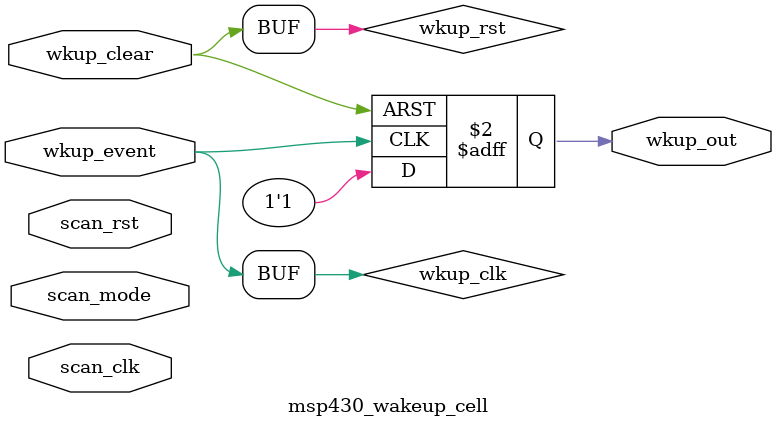
<source format=sv>

`ifdef OMSP_NO_INCLUDE
`else
`include "msp430_defines.sv"
`endif

module msp430_wakeup_cell (
  // OUTPUTs
  output reg     wkup_out,       // Wakup signal (asynchronous)

  // INPUTs
  input          scan_clk,       // Scan clock
  input          scan_mode,      // Scan mode
  input          scan_rst,       // Scan reset
  input          wkup_clear,     // Glitch free wakeup event clear
  input          wkup_event      // Glitch free asynchronous wakeup event
);

  //=============================================================================
  // 1)  AND GATE
  //=============================================================================

  // Scan stuff for the ASIC mode
  `ifdef ASIC
  wire wkup_rst;
  msp430_scan_mux scan_mux_rst (
    .scan_mode    (scan_mode),
    .data_in_scan (scan_rst),
    .data_in_func (wkup_clear),
    .data_out     (wkup_rst)
  );

  wire wkup_clk;
  msp430_scan_mux scan_mux_clk (
    .scan_mode    (scan_mode),
    .data_in_scan (scan_clk),
    .data_in_func (wkup_event),
    .data_out     (wkup_clk)
  );

  `else
  wire wkup_rst  =  wkup_clear;
  wire wkup_clk  =  wkup_event;
  `endif

  // Wakeup capture
  always @(posedge wkup_clk or posedge wkup_rst) begin
    if (wkup_rst) wkup_out <= 1'b0;
    else          wkup_out <= 1'b1;
  end
endmodule // msp430_wakeup_cell

`ifdef OMSP_NO_INCLUDE
`else
`include "msp430_undefines.sv"
`endif

</source>
